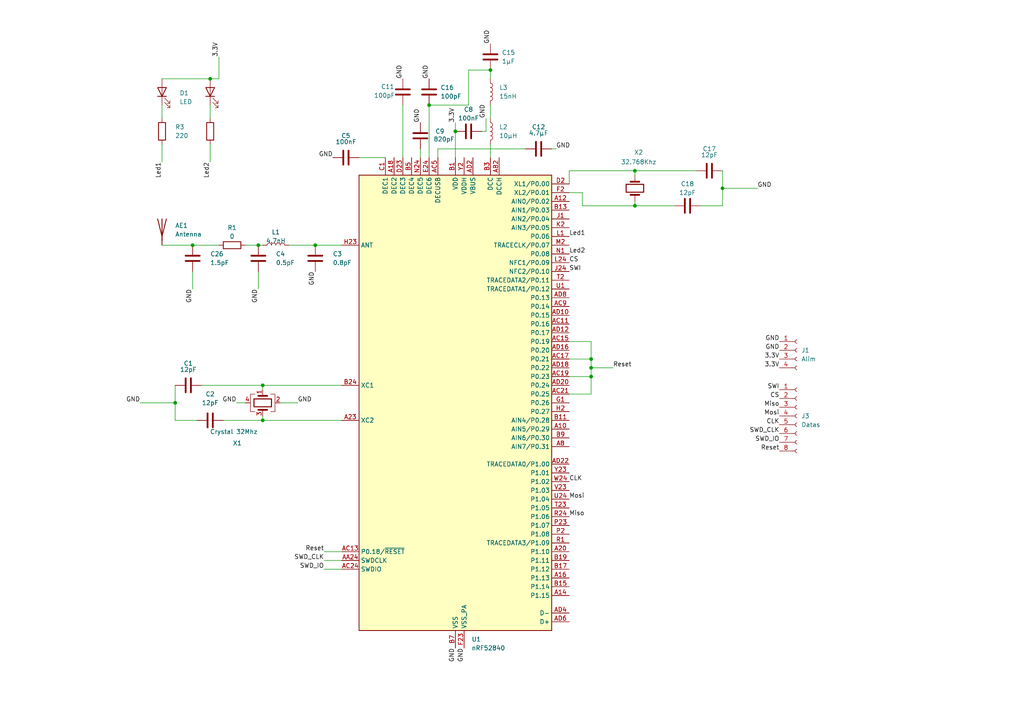
<source format=kicad_sch>
(kicad_sch (version 20250114) (generator "eeschema") (generator_version "9.0")
  (paper "A4")
  (lib_symbols
    (symbol "Connector:Conn_01x04_Socket" (pin_names (offset 1.016) (hide yes))
      (property "Reference" "J" (at 0 5.08 0))
      (property "Value" "Conn_01x04_Socket" (at 0 -7.62 0))
      (symbol "Conn_01x04_Socket_1_1"
        (polyline (pts (xy -1.27 2.54) (xy -0.508 2.54)) (stroke (width 0.1524)))
        (polyline (pts (xy -1.27 0) (xy -0.508 0)) (stroke (width 0.1524)))
        (polyline (pts (xy -1.27 -2.54) (xy -0.508 -2.54)) (stroke (width 0.1524)))
        (polyline (pts (xy -1.27 -5.08) (xy -0.508 -5.08)) (stroke (width 0.1524)))
        (arc (start 0 2.032) (mid -0.5058 2.54) (end 0 3.048) (stroke (width 0.1524)))
        (arc (start 0 -0.508) (mid -0.5058 0) (end 0 0.508) (stroke (width 0.1524)))
        (arc (start 0 -3.048) (mid -0.5058 -2.54) (end 0 -2.032) (stroke (width 0.1524)))
        (arc (start 0 -5.588) (mid -0.5058 -5.08) (end 0 -4.572) (stroke (width 0.1524)))
        (pin passive line (at -5.08 2.54 0) (length 3.81) (name "Pin_1") (number "1"))
        (pin passive line (at -5.08 0 0) (length 3.81) (name "Pin_2") (number "2"))
        (pin passive line (at -5.08 -2.54 0) (length 3.81) (name "Pin_3") (number "3"))
        (pin passive line (at -5.08 -5.08 0) (length 3.81) (name "Pin_4") (number "4"))
      )
    )
    (symbol "Connector:Conn_01x08_Socket" (pin_names (offset 1.016) (hide yes))
      (property "Reference" "J" (at 0 10.16 0))
      (property "Value" "Conn_01x08_Socket" (at 0 -12.7 0))
      (symbol "Conn_01x08_Socket_1_1"
        (polyline (pts (xy -1.27 7.62) (xy -0.508 7.62)) (stroke (width 0.1524)))
        (polyline (pts (xy -1.27 5.08) (xy -0.508 5.08)) (stroke (width 0.1524)))
        (polyline (pts (xy -1.27 2.54) (xy -0.508 2.54)) (stroke (width 0.1524)))
        (polyline (pts (xy -1.27 0) (xy -0.508 0)) (stroke (width 0.1524)))
        (polyline (pts (xy -1.27 -2.54) (xy -0.508 -2.54)) (stroke (width 0.1524)))
        (polyline (pts (xy -1.27 -5.08) (xy -0.508 -5.08)) (stroke (width 0.1524)))
        (polyline (pts (xy -1.27 -7.62) (xy -0.508 -7.62)) (stroke (width 0.1524)))
        (polyline (pts (xy -1.27 -10.16) (xy -0.508 -10.16)) (stroke (width 0.1524)))
        (arc (start 0 7.112) (mid -0.5058 7.62) (end 0 8.128) (stroke (width 0.1524)))
        (arc (start 0 4.572) (mid -0.5058 5.08) (end 0 5.588) (stroke (width 0.1524)))
        (arc (start 0 2.032) (mid -0.5058 2.54) (end 0 3.048) (stroke (width 0.1524)))
        (arc (start 0 -0.508) (mid -0.5058 0) (end 0 0.508) (stroke (width 0.1524)))
        (arc (start 0 -3.048) (mid -0.5058 -2.54) (end 0 -2.032) (stroke (width 0.1524)))
        (arc (start 0 -5.588) (mid -0.5058 -5.08) (end 0 -4.572) (stroke (width 0.1524)))
        (arc (start 0 -8.128) (mid -0.5058 -7.62) (end 0 -7.112) (stroke (width 0.1524)))
        (arc (start 0 -10.668) (mid -0.5058 -10.16) (end 0 -9.652) (stroke (width 0.1524)))
        (pin passive line (at -5.08 7.62 0) (length 3.81) (name "Pin_1") (number "1"))
        (pin passive line (at -5.08 5.08 0) (length 3.81) (name "Pin_2") (number "2"))
        (pin passive line (at -5.08 2.54 0) (length 3.81) (name "Pin_3") (number "3"))
        (pin passive line (at -5.08 0 0) (length 3.81) (name "Pin_4") (number "4"))
        (pin passive line (at -5.08 -2.54 0) (length 3.81) (name "Pin_5") (number "5"))
        (pin passive line (at -5.08 -5.08 0) (length 3.81) (name "Pin_6") (number "6"))
        (pin passive line (at -5.08 -7.62 0) (length 3.81) (name "Pin_7") (number "7"))
        (pin passive line (at -5.08 -10.16 0) (length 3.81) (name "Pin_8") (number "8"))
      )
    )
    (symbol "Device:Antenna" (pin_numbers (hide yes)) (pin_names (offset 1.016) (hide yes))
      (property "Reference" "AE" (at -1.905 1.905 0))
      (property "Value" "Antenna" (at -1.905 0 0))
      (symbol "Antenna_0_1"
        (polyline (pts (xy 0 2.54) (xy 0 -3.81)) (stroke (width 0.254)))
        (polyline (pts (xy 1.27 2.54) (xy 0 -2.54) (xy -1.27 2.54)) (stroke (width 0.254)))
      )
      (symbol "Antenna_1_1"
        (pin input line (at 0 -5.08 90) (length 2.54) (name "A") (number "1"))
      )
    )
    (symbol "Device:C" (pin_numbers (hide yes)) (pin_names (offset 0.254))
      (property "Reference" "C" (at 0.635 2.54 0))
      (property "Value" "C" (at 0.635 -2.54 0))
      (symbol "C_0_1"
        (polyline (pts (xy -2.032 0.762) (xy 2.032 0.762)) (stroke (width 0.508)))
        (polyline (pts (xy -2.032 -0.762) (xy 2.032 -0.762)) (stroke (width 0.508)))
      )
      (symbol "C_1_1"
        (pin passive line (at 0 3.81 270) (length 2.794) (name "~") (number "1"))
        (pin passive line (at 0 -3.81 90) (length 2.794) (name "~") (number "2"))
      )
    )
    (symbol "Device:Crystal" (pin_numbers (hide yes)) (pin_names (offset 1.016) (hide yes))
      (property "Reference" "Y" (at 0 3.81 0))
      (property "Value" "Crystal" (at 0 -3.81 0))
      (symbol "Crystal_0_1"
        (polyline (pts (xy -2.54 0) (xy -1.905 0)))
        (polyline (pts (xy -1.905 -1.27) (xy -1.905 1.27)) (stroke (width 0.508)))
        (rectangle (start -1.143 2.54) (end 1.143 -2.54) (stroke (width 0.3048)))
        (polyline (pts (xy 1.905 -1.27) (xy 1.905 1.27)) (stroke (width 0.508)))
        (polyline (pts (xy 2.54 0) (xy 1.905 0)))
      )
      (symbol "Crystal_1_1"
        (pin passive line (at -3.81 0 0) (length 1.27) (name "1") (number "1"))
        (pin passive line (at 3.81 0 180) (length 1.27) (name "2") (number "2"))
      )
    )
    (symbol "Device:Crystal_GND24" (pin_names (offset 1.016) (hide yes))
      (property "Reference" "Y" (at 3.175 5.08 0))
      (property "Value" "Crystal_GND24" (at 3.175 3.175 0))
      (symbol "Crystal_GND24_0_1"
        (polyline (pts (xy -2.54 2.286) (xy -2.54 3.556) (xy 2.54 3.556) (xy 2.54 2.286)))
        (polyline (pts (xy -2.54 0) (xy -2.032 0)))
        (polyline (pts (xy -2.54 -2.286) (xy -2.54 -3.556) (xy 2.54 -3.556) (xy 2.54 -2.286)))
        (polyline (pts (xy -2.032 -1.27) (xy -2.032 1.27)) (stroke (width 0.508)))
        (rectangle (start -1.143 2.54) (end 1.143 -2.54) (stroke (width 0.3048)))
        (polyline (pts (xy 0 3.556) (xy 0 3.81)))
        (polyline (pts (xy 0 -3.81) (xy 0 -3.556)))
        (polyline (pts (xy 2.032 0) (xy 2.54 0)))
        (polyline (pts (xy 2.032 -1.27) (xy 2.032 1.27)) (stroke (width 0.508)))
      )
      (symbol "Crystal_GND24_1_1"
        (pin passive line (at -3.81 0 0) (length 1.27) (name "1") (number "1"))
        (pin passive line (at 0 5.08 270) (length 1.27) (name "2") (number "2"))
        (pin passive line (at 0 -5.08 90) (length 1.27) (name "4") (number "4"))
        (pin passive line (at 3.81 0 180) (length 1.27) (name "3") (number "3"))
      )
    )
    (symbol "Device:L" (pin_numbers (hide yes)) (pin_names (offset 1.016) (hide yes))
      (property "Reference" "L" (at -1.27 0 90))
      (property "Value" "L" (at 1.905 0 90))
      (symbol "L_0_1"
        (arc (start 0 2.54) (mid 0.6323 1.905) (end 0 1.27))
        (arc (start 0 1.27) (mid 0.6323 0.635) (end 0 0))
        (arc (start 0 0) (mid 0.6323 -0.635) (end 0 -1.27))
        (arc (start 0 -1.27) (mid 0.6323 -1.905) (end 0 -2.54))
      )
      (symbol "L_1_1"
        (pin passive line (at 0 3.81 270) (length 1.27) (name "1") (number "1"))
        (pin passive line (at 0 -3.81 90) (length 1.27) (name "2") (number "2"))
      )
    )
    (symbol "Device:LED" (pin_numbers (hide yes)) (pin_names (offset 1.016) (hide yes))
      (property "Reference" "D" (at 0 2.54 0))
      (property "Value" "LED" (at 0 -2.54 0))
      (symbol "LED_0_1"
        (polyline (pts (xy -3.048 -0.762) (xy -4.572 -2.286) (xy -3.81 -2.286) (xy -4.572 -2.286) (xy -4.572 -1.524)))
        (polyline (pts (xy -1.778 -0.762) (xy -3.302 -2.286) (xy -2.54 -2.286) (xy -3.302 -2.286) (xy -3.302 -1.524)))
        (polyline (pts (xy -1.27 0) (xy 1.27 0)))
        (polyline (pts (xy -1.27 -1.27) (xy -1.27 1.27)) (stroke (width 0.254)))
        (polyline (pts (xy 1.27 -1.27) (xy 1.27 1.27) (xy -1.27 0) (xy 1.27 -1.27)) (stroke (width 0.254)))
      )
      (symbol "LED_1_1"
        (pin passive line (at -3.81 0 0) (length 2.54) (name "K") (number "1"))
        (pin passive line (at 3.81 0 180) (length 2.54) (name "A") (number "2"))
      )
    )
    (symbol "Device:R" (pin_numbers (hide yes)) (pin_names (offset 0))
      (property "Reference" "R" (at 2.032 0 90))
      (property "Value" "R" (at 0 0 90))
      (symbol "R_0_1"
        (rectangle (start -1.016 -2.54) (end 1.016 2.54) (stroke (width 0.254)))
      )
      (symbol "R_1_1"
        (pin passive line (at 0 3.81 270) (length 1.27) (name "~") (number "1"))
        (pin passive line (at 0 -3.81 90) (length 1.27) (name "~") (number "2"))
      )
    )
    (symbol "MCU_Nordic:nRF52840"
      (property "Reference" "U" (at 0 5.08 0))
      (property "Value" "nRF52840" (at 0 2.54 0))
      (symbol "nRF52840_0_1"
        (rectangle (start -27.94 66.04) (end 27.94 -66.04) (stroke (width 0.254)) (fill (type background)))
      )
      (symbol "nRF52840_1_1"
        (pin passive line (at -33.02 45.72 0) (length 5.08) (name "ANT") (number "H23"))
        (pin input line (at -33.02 5.08 0) (length 5.08) (name "XC1") (number "B24"))
        (pin input line (at -33.02 -5.08 0) (length 5.08) (name "XC2") (number "A23"))
        (pin bidirectional line (at -33.02 -43.18 0) (length 5.08) (name "P0.18/~{RESET}") (number "AC13"))
        (pin input line (at -33.02 -45.72 0) (length 5.08) (name "SWDCLK") (number "AA24"))
        (pin bidirectional line (at -33.02 -48.26 0) (length 5.08) (name "SWDIO") (number "AC24"))
        (pin passive line (at -20.32 71.12 270) (length 5.08) (name "DEC1") (number "C1"))
        (pin passive line (at -17.78 71.12 270) (length 5.08) (name "DEC2") (number "A18"))
        (pin passive line (at -15.24 71.12 270) (length 5.08) (name "DEC3") (number "D23"))
        (pin passive line (at -12.7 71.12 270) (length 5.08) (name "DEC4") (number "B5"))
        (pin passive line (at -10.16 71.12 270) (length 5.08) (name "DEC5") (number "N24"))
        (pin passive line (at -7.62 71.12 270) (length 5.08) (name "DEC6") (number "E24"))
        (pin passive line (at -5.08 71.12 270) (length 5.08) (name "DECUSB") (number "AC5"))
        (pin passive line (at 0 71.12 270) (length 5.08) (hide yes) (name "VDD") (number "A22"))
        (pin passive line (at 0 71.12 270) (length 5.08) (hide yes) (name "VDD") (number "AD14"))
        (pin passive line (at 0 71.12 270) (length 5.08) (hide yes) (name "VDD") (number "AD23"))
        (pin power_in line (at 0 71.12 270) (length 5.08) (name "VDD") (number "B1"))
        (pin passive line (at 0 71.12 270) (length 5.08) (hide yes) (name "VDD") (number "W1"))
        (pin power_in line (at 0 -71.12 90) (length 5.08) (name "VSS") (number "B7"))
        (pin passive line (at 0 -71.12 90) (length 5.08) (hide yes) (name "VSS") (number "EP"))
        (pin power_in line (at 2.54 71.12 270) (length 5.08) (name "VDDH") (number "Y2"))
        (pin power_in line (at 2.54 -71.12 90) (length 5.08) (name "VSS_PA") (number "F23"))
        (pin power_in line (at 5.08 71.12 270) (length 5.08) (name "VBUS") (number "AD2"))
        (pin power_out line (at 10.16 71.12 270) (length 5.08) (name "DCC") (number "B3"))
        (pin power_out line (at 12.7 71.12 270) (length 5.08) (name "DCCH") (number "AB2"))
        (pin bidirectional line (at 33.02 63.5 180) (length 5.08) (name "XL1/P0.00") (number "D2"))
        (pin bidirectional line (at 33.02 60.96 180) (length 5.08) (name "XL2/P0.01") (number "F2"))
        (pin bidirectional line (at 33.02 58.42 180) (length 5.08) (name "AIN0/P0.02") (number "A12"))
        (pin bidirectional line (at 33.02 55.88 180) (length 5.08) (name "AIN1/P0.03") (number "B13"))
        (pin bidirectional line (at 33.02 53.34 180) (length 5.08) (name "AIN2/P0.04") (number "J1"))
        (pin bidirectional line (at 33.02 50.8 180) (length 5.08) (name "AIN3/P0.05") (number "K2"))
        (pin bidirectional line (at 33.02 48.26 180) (length 5.08) (name "P0.06") (number "L1"))
        (pin bidirectional line (at 33.02 45.72 180) (length 5.08) (name "TRACECLK/P0.07") (number "M2"))
        (pin bidirectional line (at 33.02 43.18 180) (length 5.08) (name "P0.08") (number "N1"))
        (pin bidirectional line (at 33.02 40.64 180) (length 5.08) (name "NFC1/P0.09") (number "L24"))
        (pin bidirectional line (at 33.02 38.1 180) (length 5.08) (name "NFC2/P0.10") (number "J24"))
        (pin bidirectional line (at 33.02 35.56 180) (length 5.08) (name "TRACEDATA2/P0.11") (number "T2"))
        (pin bidirectional line (at 33.02 33.02 180) (length 5.08) (name "TRACEDATA1/P0.12") (number "U1"))
        (pin bidirectional line (at 33.02 30.48 180) (length 5.08) (name "P0.13") (number "AD8"))
        (pin bidirectional line (at 33.02 27.94 180) (length 5.08) (name "P0.14") (number "AC9"))
        (pin bidirectional line (at 33.02 25.4 180) (length 5.08) (name "P0.15") (number "AD10"))
        (pin bidirectional line (at 33.02 22.86 180) (length 5.08) (name "P0.16") (number "AC11"))
        (pin bidirectional line (at 33.02 20.32 180) (length 5.08) (name "P0.17") (number "AD12"))
        (pin bidirectional line (at 33.02 17.78 180) (length 5.08) (name "P0.19") (number "AC15"))
        (pin bidirectional line (at 33.02 15.24 180) (length 5.08) (name "P0.20") (number "AD16"))
        (pin bidirectional line (at 33.02 12.7 180) (length 5.08) (name "P0.21") (number "AC17"))
        (pin bidirectional line (at 33.02 10.16 180) (length 5.08) (name "P0.22") (number "AD18"))
        (pin bidirectional line (at 33.02 7.62 180) (length 5.08) (name "P0.23") (number "AC19"))
        (pin bidirectional line (at 33.02 5.08 180) (length 5.08) (name "P0.24") (number "AD20"))
        (pin bidirectional line (at 33.02 2.54 180) (length 5.08) (name "P0.25") (number "AC21"))
        (pin bidirectional line (at 33.02 0 180) (length 5.08) (name "P0.26") (number "G1"))
        (pin bidirectional line (at 33.02 -2.54 180) (length 5.08) (name "P0.27") (number "H2"))
        (pin bidirectional line (at 33.02 -5.08 180) (length 5.08) (name "AIN4/P0.28") (number "B11"))
        (pin bidirectional line (at 33.02 -7.62 180) (length 5.08) (name "AIN5/P0.29") (number "A10"))
        (pin bidirectional line (at 33.02 -10.16 180) (length 5.08) (name "AIN6/P0.30") (number "B9"))
        (pin bidirectional line (at 33.02 -12.7 180) (length 5.08) (name "AIN7/P0.31") (number "A8"))
        (pin bidirectional line (at 33.02 -17.78 180) (length 5.08) (name "TRACEDATA0/P1.00") (number "AD22"))
        (pin bidirectional line (at 33.02 -20.32 180) (length 5.08) (name "P1.01") (number "Y23"))
        (pin bidirectional line (at 33.02 -22.86 180) (length 5.08) (name "P1.02") (number "W24"))
        (pin bidirectional line (at 33.02 -25.4 180) (length 5.08) (name "P1.03") (number "V23"))
        (pin bidirectional line (at 33.02 -27.94 180) (length 5.08) (name "P1.04") (number "U24"))
        (pin bidirectional line (at 33.02 -30.48 180) (length 5.08) (name "P1.05") (number "T23"))
        (pin bidirectional line (at 33.02 -33.02 180) (length 5.08) (name "P1.06") (number "R24"))
        (pin bidirectional line (at 33.02 -35.56 180) (length 5.08) (name "P1.07") (number "P23"))
        (pin bidirectional line (at 33.02 -38.1 180) (length 5.08) (name "P1.08") (number "P2"))
        (pin bidirectional line (at 33.02 -40.64 180) (length 5.08) (name "TRACEDATA3/P1.09") (number "R1"))
        (pin bidirectional line (at 33.02 -43.18 180) (length 5.08) (name "P1.10") (number "A20"))
        (pin bidirectional line (at 33.02 -45.72 180) (length 5.08) (name "P1.11") (number "B19"))
        (pin bidirectional line (at 33.02 -48.26 180) (length 5.08) (name "P1.12") (number "B17"))
        (pin bidirectional line (at 33.02 -50.8 180) (length 5.08) (name "P1.13") (number "A16"))
        (pin bidirectional line (at 33.02 -53.34 180) (length 5.08) (name "P1.14") (number "B15"))
        (pin bidirectional line (at 33.02 -55.88 180) (length 5.08) (name "P1.15") (number "A14"))
        (pin bidirectional line (at 33.02 -60.96 180) (length 5.08) (name "D-") (number "AD4"))
        (pin bidirectional line (at 33.02 -63.5 180) (length 5.08) (name "D+") (number "AD6"))
      )
    )
  )
  (junction (at 76.2 111.76))
  (junction (at 209.55 54.61))
  (junction (at 171.45 109.22))
  (junction (at 142.24 20.32))
  (junction (at 91.44 71.12))
  (junction (at 124.46 30.48))
  (junction (at 184.15 49.53))
  (junction (at 171.45 104.14))
  (junction (at 60.96 22.86))
  (junction (at 184.15 59.69))
  (junction (at 55.88 71.12))
  (junction (at 76.2 121.92))
  (junction (at 132.08 38.1))
  (junction (at 171.45 106.68))
  (junction (at 74.93 71.12))
  (junction (at 50.8 116.84))
  (wire (pts (xy 57.15 121.92) (xy 50.8 121.92)))
  (wire (pts (xy 165.1 109.22) (xy 171.45 109.22)))
  (wire (pts (xy 46.99 30.48) (xy 46.99 34.29)))
  (wire (pts (xy 68.58 116.84) (xy 71.12 116.84)))
  (wire (pts (xy 50.8 116.84) (xy 50.8 111.76)))
  (wire (pts (xy 127 45.72) (xy 127 43.18)))
  (wire (pts (xy 58.42 111.76) (xy 76.2 111.76)))
  (wire (pts (xy 184.15 59.69) (xy 184.15 58.42)))
  (wire (pts (xy 116.84 30.48) (xy 116.84 45.72)))
  (wire (pts (xy 201.93 49.53) (xy 184.15 49.53)))
  (wire (pts (xy 93.98 165.1) (xy 99.06 165.1)))
  (wire (pts (xy 76.2 111.76) (xy 76.2 113.03)))
  (wire (pts (xy 171.45 106.68) (xy 177.8 106.68)))
  (wire (pts (xy 60.96 22.86) (xy 63.5 22.86)))
  (wire (pts (xy 165.1 49.53) (xy 184.15 49.53)))
  (wire (pts (xy 203.2 59.69) (xy 209.55 59.69)))
  (wire (pts (xy 171.45 104.14) (xy 165.1 104.14)))
  (wire (pts (xy 135.89 30.48) (xy 135.89 20.32)))
  (wire (pts (xy 104.14 45.72) (xy 111.76 45.72)))
  (wire (pts (xy 132.08 35.56) (xy 132.08 38.1)))
  (wire (pts (xy 91.44 71.12) (xy 99.06 71.12)))
  (wire (pts (xy 124.46 30.48) (xy 124.46 45.72)))
  (wire (pts (xy 168.91 59.69) (xy 184.15 59.69)))
  (wire (pts (xy 64.77 121.92) (xy 76.2 121.92)))
  (wire (pts (xy 195.58 59.69) (xy 184.15 59.69)))
  (wire (pts (xy 184.15 49.53) (xy 184.15 50.8)))
  (wire (pts (xy 140.97 38.1) (xy 140.97 34.29)))
  (wire (pts (xy 46.99 71.12) (xy 55.88 71.12)))
  (wire (pts (xy 142.24 41.91) (xy 142.24 45.72)))
  (wire (pts (xy 121.92 43.18) (xy 121.92 45.72)))
  (wire (pts (xy 171.45 109.22) (xy 171.45 106.68)))
  (wire (pts (xy 74.93 71.12) (xy 76.2 71.12)))
  (wire (pts (xy 50.8 121.92) (xy 50.8 116.84)))
  (wire (pts (xy 171.45 114.3) (xy 171.45 109.22)))
  (wire (pts (xy 165.1 53.34) (xy 165.1 49.53)))
  (wire (pts (xy 209.55 54.61) (xy 209.55 49.53)))
  (wire (pts (xy 171.45 106.68) (xy 171.45 104.14)))
  (wire (pts (xy 46.99 22.86) (xy 60.96 22.86)))
  (wire (pts (xy 55.88 71.12) (xy 63.5 71.12)))
  (wire (pts (xy 99.06 121.92) (xy 76.2 121.92)))
  (wire (pts (xy 60.96 30.48) (xy 60.96 34.29)))
  (wire (pts (xy 93.98 162.56) (xy 99.06 162.56)))
  (wire (pts (xy 135.89 20.32) (xy 142.24 20.32)))
  (wire (pts (xy 142.24 30.48) (xy 142.24 34.29)))
  (wire (pts (xy 165.1 114.3) (xy 171.45 114.3)))
  (wire (pts (xy 165.1 55.88) (xy 168.91 55.88)))
  (wire (pts (xy 40.64 116.84) (xy 50.8 116.84)))
  (wire (pts (xy 209.55 59.69) (xy 209.55 54.61)))
  (wire (pts (xy 55.88 78.74) (xy 55.88 83.82)))
  (wire (pts (xy 71.12 71.12) (xy 74.93 71.12)))
  (wire (pts (xy 76.2 121.92) (xy 76.2 120.65)))
  (wire (pts (xy 46.99 41.91) (xy 46.99 46.99)))
  (wire (pts (xy 83.82 71.12) (xy 91.44 71.12)))
  (wire (pts (xy 165.1 99.06) (xy 171.45 99.06)))
  (wire (pts (xy 63.5 16.51) (xy 63.5 22.86)))
  (wire (pts (xy 132.08 38.1) (xy 132.08 45.72)))
  (wire (pts (xy 93.98 160.02) (xy 99.06 160.02)))
  (wire (pts (xy 124.46 30.48) (xy 135.89 30.48)))
  (wire (pts (xy 168.91 55.88) (xy 168.91 59.69)))
  (wire (pts (xy 171.45 99.06) (xy 171.45 104.14)))
  (wire (pts (xy 81.28 116.84) (xy 86.36 116.84)))
  (wire (pts (xy 219.71 54.61) (xy 209.55 54.61)))
  (wire (pts (xy 74.93 78.74) (xy 74.93 83.82)))
  (wire (pts (xy 99.06 111.76) (xy 76.2 111.76)))
  (wire (pts (xy 142.24 20.32) (xy 142.24 22.86)))
  (wire (pts (xy 60.96 41.91) (xy 60.96 46.99)))
  (wire (pts (xy 160.02 43.18) (xy 161.29 43.18)))
  (wire (pts (xy 127 43.18) (xy 152.4 43.18)))
  (wire (pts (xy 139.7 38.1) (xy 140.97 38.1)))
  (label "Led1" (at 165.1 68.58 0))
  (label "GND" (at 124.46 22.86 90))
  (label "Reset" (at 177.8 106.68 0))
  (label "CS" (at 165.1 76.2 0))
  (label "3.3V" (at 63.5 16.51 90))
  (label "Mosi" (at 165.1 144.78 0))
  (label "GND" (at 121.92 35.56 90))
  (label "SWD_IO" (at 93.98 165.1 180))
  (label "CLK" (at 226.06 123.19 180))
  (label "Led2" (at 165.1 73.66 0))
  (label "Led2" (at 60.96 46.99 270))
  (label "GND" (at 116.84 22.86 90))
  (label "GND" (at 132.08 187.96 270))
  (label "SWD_CLK" (at 93.98 162.56 180))
  (label "GND" (at 142.24 12.7 90))
  (label "GND" (at 226.06 99.06 180))
  (label "GND" (at 134.62 187.96 270))
  (label "SWD_IO" (at 226.06 128.27 180))
  (label "SWI" (at 165.1 78.74 0))
  (label "GND" (at 91.44 78.74 270))
  (label "Reset" (at 93.98 160.02 180))
  (label "GND" (at 161.29 43.18 0))
  (label "GND" (at 226.06 101.6 180))
  (label "GND" (at 40.64 116.84 180))
  (label "Miso" (at 165.1 149.86 0))
  (label "Miso" (at 226.06 118.11 180))
  (label "Led1" (at 46.99 46.99 270))
  (label "Mosi" (at 226.06 120.65 180))
  (label "GND" (at 140.97 34.29 90))
  (label "GND" (at 219.71 54.61 0))
  (label "CLK" (at 165.1 139.7 0))
  (label "GND" (at 68.58 116.84 180))
  (label "3.3V" (at 226.06 104.14 180))
  (label "Reset" (at 226.06 130.81 180))
  (label "GND" (at 96.52 45.72 180))
  (label "GND" (at 86.36 116.84 0))
  (label "3.3V" (at 226.06 106.68 180))
  (label "SWD_CLK" (at 226.06 125.73 180))
  (label "3.3V" (at 132.08 35.56 90))
  (label "GND" (at 55.88 83.82 270))
  (label "GND" (at 74.93 83.82 270))
  (label "SWI" (at 226.06 113.03 180))
  (label "CS" (at 226.06 115.57 180))
  (symbol (lib_id "Device:L") (at 80.01 71.12 90) (unit 1)
    (property "Reference" "L1" (at 80.01 67.31 90))
    (property "Value" "4.7nH" (at 80.01 69.85 90))
    (property "Footprint" "Inductor_SMD:L_0603_1608Metric" (effects (hide yes)))
    (property "Description" "Inductor" (effects (hide yes)))
  )
  (symbol (lib_id "Connector:Conn_01x04_Socket") (at 231.14 101.6 0) (unit 1)
    (property "Reference" "J1" (at 232.41 101.5999 0) (effects (justify left)))
    (property "Value" "Alim" (at 232.41 104.1399 0) (effects (justify left)))
    (property "Footprint" "Connector_PinHeader_1.27mm:PinHeader_1x04_P1.27mm_Vertical" (effects (hide yes)))
    (property "Description" "Generic connector, single row, 01x04, script generated" (effects (hide yes)))
  )
  (symbol (lib_id "Device:C") (at 100.33 45.72 270) (unit 1)
    (property "Reference" "C5" (at 100.33 39.37 90))
    (property "Value" "100nF" (at 100.33 41.148 90))
    (property "Footprint" "Capacitor_SMD:C_0603_1608Metric" (effects (hide yes)))
    (property "Description" "Unpolarized capacitor" (effects (hide yes)))
  )
  (symbol (lib_id "Device:C") (at 135.89 38.1 270) (unit 1)
    (property "Reference" "C8" (at 135.89 31.75 90))
    (property "Value" "100nF" (at 135.89 34.29 90))
    (property "Footprint" "Capacitor_SMD:C_0603_1608Metric" (effects (hide yes)))
    (property "Description" "Unpolarized capacitor" (effects (hide yes)))
  )
  (symbol (lib_id "Device:C") (at 142.24 16.51 180) (unit 1)
    (property "Reference" "C15" (at 145.542 15.24 0) (effects (justify right)))
    (property "Value" "1µF" (at 145.542 17.78 0) (effects (justify right)))
    (property "Footprint" "Capacitor_SMD:C_0603_1608Metric" (effects (hide yes)))
    (property "Description" "Unpolarized capacitor" (effects (hide yes)))
  )
  (symbol (lib_id "Device:R") (at 60.96 38.1 0) (unit 1)
    (property "Reference" "R4" (effects (hide yes)))
    (property "Value" "220" (effects (hide yes)))
    (property "Footprint" "Resistor_SMD:R_0603_1608Metric" (effects (hide yes)))
    (property "Description" "Resistor" (effects (hide yes)))
  )
  (symbol (lib_id "Device:LED") (at 46.99 26.67 90) (unit 1)
    (property "Reference" "D1" (at 52.07 26.9874 90) (effects (justify right)))
    (property "Value" "LED" (at 52.07 29.5274 90) (effects (justify right)))
    (property "Footprint" "LED_SMD:LED_0603_1608Metric" (effects (hide yes)))
    (property "Description" "Light emitting diode" (effects (hide yes)))
    (property "Sim.Pins" "1=K 2=A" (effects (hide yes)))
  )
  (symbol (lib_id "Device:C") (at 54.61 111.76 270) (unit 1)
    (property "Reference" "C1" (at 54.61 105.41 90))
    (property "Value" "12pF" (at 54.61 107.188 90))
    (property "Footprint" "Capacitor_SMD:C_0603_1608Metric" (effects (hide yes)))
    (property "Description" "Unpolarized capacitor" (effects (hide yes)))
  )
  (symbol (lib_id "Device:C") (at 60.96 121.92 270) (unit 1)
    (property "Reference" "C2" (at 60.96 114.3 90))
    (property "Value" "12pF" (at 60.96 116.84 90))
    (property "Footprint" "Capacitor_SMD:C_0603_1608Metric" (effects (hide yes)))
    (property "Description" "Unpolarized capacitor" (effects (hide yes)))
  )
  (symbol (lib_id "Device:C") (at 124.46 26.67 180) (unit 1)
    (property "Reference" "C16" (at 127.762 25.4 0) (effects (justify right)))
    (property "Value" "100pF" (at 127.762 27.94 0) (effects (justify right)))
    (property "Footprint" "Capacitor_SMD:C_0603_1608Metric" (effects (hide yes)))
    (property "Description" "Unpolarized capacitor" (effects (hide yes)))
  )
  (symbol (lib_id "Device:C") (at 121.92 39.37 180) (unit 1)
    (property "Reference" "C9" (at 126.238 38.1 0) (effects (justify right)))
    (property "Value" "820pF" (at 125.73 40.386 0) (effects (justify right)))
    (property "Footprint" "Capacitor_SMD:C_0603_1608Metric" (effects (hide yes)))
    (property "Description" "Unpolarized capacitor" (effects (hide yes)))
  )
  (symbol (lib_id "Device:C") (at 91.44 74.93 180) (unit 1)
    (property "Reference" "C3" (at 96.52 73.6599 0) (effects (justify right)))
    (property "Value" "0.8pF" (at 96.52 76.1999 0) (effects (justify right)))
    (property "Footprint" "Capacitor_SMD:C_0603_1608Metric" (effects (hide yes)))
    (property "Description" "Unpolarized capacitor" (effects (hide yes)))
  )
  (symbol (lib_id "Device:L") (at 142.24 38.1 0) (unit 1)
    (property "Reference" "L2" (at 144.78 36.8299 0) (effects (justify left)))
    (property "Value" "10µH" (at 144.78 39.3699 0) (effects (justify left)))
    (property "Footprint" "Inductor_SMD:L_0603_1608Metric" (effects (hide yes)))
    (property "Description" "Inductor" (effects (hide yes)))
  )
  (symbol (lib_id "Device:R") (at 46.99 38.1 0) (unit 1)
    (property "Reference" "R3" (at 50.8 36.8299 0) (effects (justify left)))
    (property "Value" "220" (at 50.8 39.3699 0) (effects (justify left)))
    (property "Footprint" "Resistor_SMD:R_0603_1608Metric" (effects (hide yes)))
    (property "Description" "Resistor" (effects (hide yes)))
  )
  (symbol (lib_id "Device:R") (at 67.31 71.12 90) (unit 1)
    (property "Reference" "R1" (at 67.31 66.04 90))
    (property "Value" "0" (at 67.31 68.58 90))
    (property "Footprint" "Resistor_SMD:R_0603_1608Metric" (effects (hide yes)))
    (property "Description" "Resistor" (effects (hide yes)))
  )
  (symbol (lib_id "Device:C") (at 55.88 74.93 180) (unit 1)
    (property "Reference" "C26" (at 60.96 73.6599 0) (effects (justify right)))
    (property "Value" "1.5pF" (at 60.96 76.1999 0) (effects (justify right)))
    (property "Footprint" "Capacitor_SMD:C_0603_1608Metric" (effects (hide yes)))
    (property "Description" "Unpolarized capacitor" (effects (hide yes)))
  )
  (symbol (lib_id "Device:C") (at 156.21 43.18 90) (mirror x) (unit 1)
    (property "Reference" "C12" (at 156.21 36.83 90))
    (property "Value" "4.7µF" (at 156.21 38.608 90))
    (property "Footprint" "Capacitor_SMD:C_0603_1608Metric" (effects (hide yes)))
    (property "Description" "Unpolarized capacitor" (effects (hide yes)))
  )
  (symbol (lib_id "Device:LED") (at 60.96 26.67 90) (unit 1)
    (property "Reference" "D2" (effects (hide yes)))
    (property "Value" "LED" (effects (hide yes)))
    (property "Footprint" "LED_SMD:LED_0603_1608Metric" (effects (hide yes)))
    (property "Description" "Light emitting diode" (effects (hide yes)))
    (property "Sim.Pins" "1=K 2=A" (effects (hide yes)))
  )
  (symbol (lib_id "Device:C") (at 116.84 26.67 180) (unit 1)
    (property "Reference" "C11" (at 110.49 25.146 0) (effects (justify right)))
    (property "Value" "100pF" (at 108.458 27.686 0) (effects (justify right)))
    (property "Footprint" "Capacitor_SMD:C_0603_1608Metric" (effects (hide yes)))
    (property "Description" "Unpolarized capacitor" (effects (hide yes)))
  )
  (symbol (lib_id "Device:C") (at 74.93 74.93 180) (unit 1)
    (property "Reference" "C4" (at 80.01 73.6599 0) (effects (justify right)))
    (property "Value" "0.5pF" (at 80.01 76.1999 0) (effects (justify right)))
    (property "Footprint" "Capacitor_SMD:C_0603_1608Metric" (effects (hide yes)))
    (property "Description" "Unpolarized capacitor" (effects (hide yes)))
  )
  (symbol (lib_id "Connector:Conn_01x08_Socket") (at 231.14 120.65 0) (unit 1)
    (property "Reference" "J3" (at 232.41 120.6499 0) (effects (justify left)))
    (property "Value" "Datas" (at 232.41 123.1899 0) (effects (justify left)))
    (property "Footprint" "Connector_PinHeader_1.27mm:PinHeader_1x08_P1.27mm_Vertical" (effects (hide yes)))
    (property "Description" "Generic connector, single row, 01x08, script generated" (effects (hide yes)))
  )
  (symbol (lib_id "Device:Crystal_GND24") (at 76.2 116.84 270) (unit 1)
    (property "Reference" "X1" (at 68.834 128.524 90))
    (property "Value" "Crystal 32Mhz" (at 67.818 125.222 90))
    (property "Footprint" "Crystal:Crystal_SMD_2016-4Pin_2.0x1.6mm" (effects (hide yes)))
    (property "Description" "Four pin crystal, GND on pins 2 and 4" (effects (hide yes)))
  )
  (symbol (lib_id "MCU_Nordic:nRF52840") (at 132.08 116.84 0) (unit 1)
    (property "Reference" "U1" (at 136.7633 185.42 0) (effects (justify left)))
    (property "Value" "nRF52840" (at 136.7633 187.96 0) (effects (justify left)))
    (property "Footprint" "Package_DFN_QFN:Nordic_AQFN-73-1EP_7x7mm_P0.5mm" (effects (hide yes)))
    (property "Datasheet" "http://infocenter.nordicsemi.com/topic/com.nordic.infocenter.nrf52/dita/nrf52/chips/nrf52840.html" (effects (hide yes)))
    (property "Description" "Multiprotocol BLE/ANT/2.4 GHz/802.15.4 Cortex-M4F SoC, AQFN-73" (effects (hide yes)))
  )
  (symbol (lib_id "Device:Antenna") (at 46.99 66.04 0) (unit 1)
    (property "Reference" "AE1" (at 50.8 65.4049 0) (effects (justify left)))
    (property "Value" "Antenna" (at 50.8 67.9449 0) (effects (justify left)))
    (property "Footprint" "antenne:antenne_2_4G" (effects (hide yes)))
    (property "Description" "Antenna" (effects (hide yes)))
  )
  (symbol (lib_id "Device:Crystal") (at 184.15 54.61 270) (unit 1)
    (property "Reference" "X2" (at 183.896 44.196 90) (effects (justify left)))
    (property "Value" "32.768Khz" (at 180.086 46.99 90) (effects (justify left)))
    (property "Footprint" "Crystal:Crystal_SMD_2012-2Pin_2.0x1.2mm" (effects (hide yes)))
    (property "Description" "Two pin crystal" (effects (hide yes)))
  )
  (symbol (lib_id "Device:C") (at 199.39 59.69 90) (mirror x) (unit 1)
    (property "Reference" "C18" (at 199.39 53.34 90))
    (property "Value" "12pF" (at 199.39 55.88 90))
    (property "Footprint" "Capacitor_SMD:C_0603_1608Metric" (effects (hide yes)))
    (property "Description" "Unpolarized capacitor" (effects (hide yes)))
  )
  (symbol (lib_id "Device:L") (at 142.24 26.67 0) (unit 1)
    (property "Reference" "L3" (at 144.78 25.3999 0) (effects (justify left)))
    (property "Value" "15nH" (at 144.78 27.9399 0) (effects (justify left)))
    (property "Footprint" "Inductor_SMD:L_0402_1005Metric" (effects (hide yes)))
    (property "Description" "Inductor" (effects (hide yes)))
  )
  (symbol (lib_id "Device:C") (at 205.74 49.53 90) (mirror x) (unit 1)
    (property "Reference" "C17" (at 205.74 43.18 90))
    (property "Value" "12pF" (at 205.74 44.958 90))
    (property "Footprint" "Capacitor_SMD:C_0603_1608Metric" (effects (hide yes)))
    (property "Description" "Unpolarized capacitor" (effects (hide yes)))
  )
)
</source>
